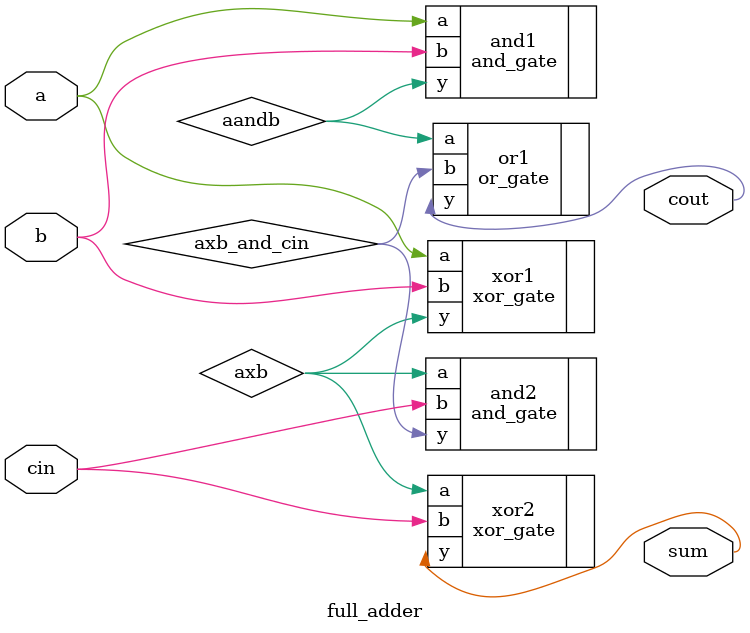
<source format=v>
`timescale 1ns / 1ps


module full_adder(input a, input b, input cin, output sum, output cout);
    wire axb, aandb, axb_and_cin;

    xor_gate xor1(.a(a), .b(b), .y(axb));
    xor_gate xor2(.a(axb), .b(cin), .y(sum));

    and_gate and1(.a(a), .b(b), .y(aandb));
    and_gate and2(.a(axb), .b(cin), .y(axb_and_cin));
    or_gate  or1(.a(aandb), .b(axb_and_cin), .y(cout));
endmodule

</source>
